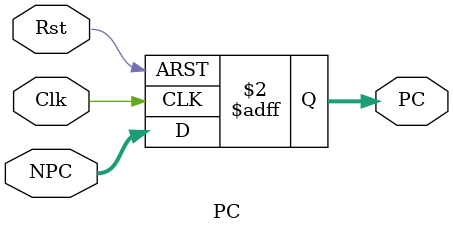
<source format=v>
`timescale 1ns / 1ps


module PC(
    input [31:0] NPC,
    input Clk,
    input Rst,
    output reg[31:0] PC
    );
    always @(posedge Clk, posedge Rst)
    begin
        if (Rst)
           PC  <= 32'h00003000;
        else if (Clk)
           PC <= NPC;
    end
endmodule


</source>
